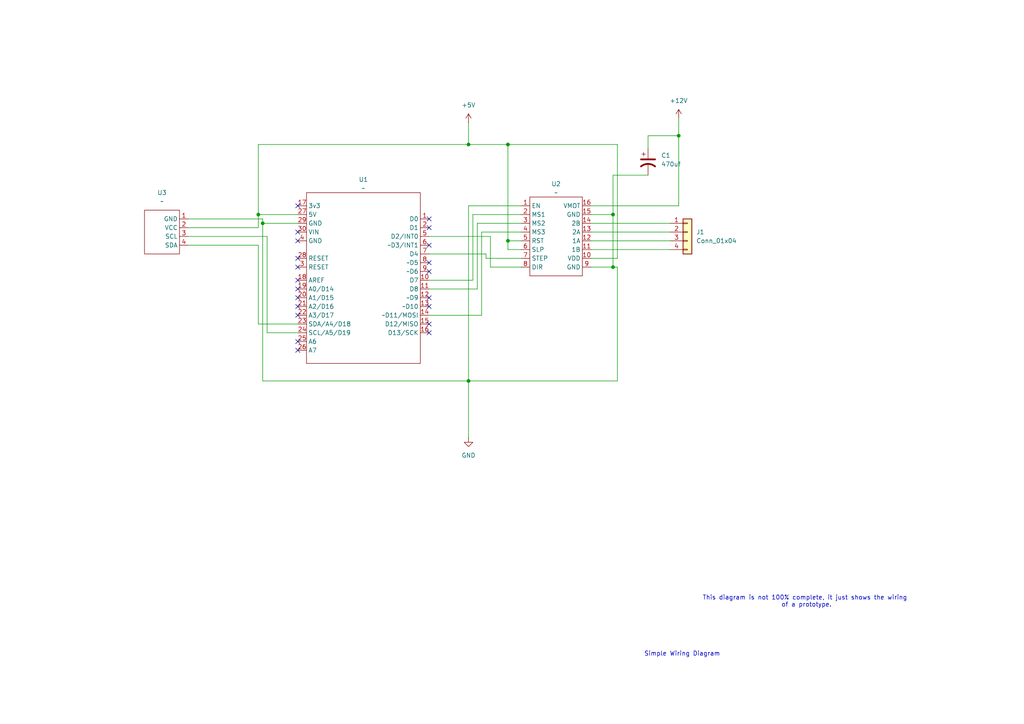
<source format=kicad_sch>
(kicad_sch (version 20250114) (generator "eeschema") (generator_version "9.0")
  (paper "A4")
  (lib_symbols
    (symbol "Arduino_Library:A4988_MotorDriver"
      (property "Reference" "U" (at -0.762 12.7 0))
      (symbol "A4988_MotorDriver_0_1"
        (rectangle (start -7.62 11.43) (end 7.62 -11.43))
      )
      (symbol "A4988_MotorDriver_1_1"
        (pin input line (at -10.16 8.89 0) (length 2.54) (name "EN") (number "1"))
        (pin input line (at -10.16 6.35 0) (length 2.54) (name "MS1") (number "2"))
        (pin input line (at -10.16 3.81 0) (length 2.54) (name "MS2") (number "3"))
        (pin input line (at -10.16 1.27 0) (length 2.54) (name "MS3") (number "4"))
        (pin input line (at -10.16 -1.27 0) (length 2.54) (name "RST") (number "5"))
        (pin input line (at -10.16 -3.81 0) (length 2.54) (name "SLP") (number "6"))
        (pin input line (at -10.16 -6.35 0) (length 2.54) (name "STEP") (number "7"))
        (pin input line (at -10.16 -8.89 0) (length 2.54) (name "DIR") (number "8"))
        (pin input line (at 10.16 8.89 180) (length 2.54) (name "VMOT") (number "16"))
        (pin input line (at 10.16 6.35 180) (length 2.54) (name "GND") (number "15"))
        (pin input line (at 10.16 3.81 180) (length 2.54) (name "2B") (number "14"))
        (pin input line (at 10.16 1.27 180) (length 2.54) (name "2A") (number "13"))
        (pin input line (at 10.16 -1.27 180) (length 2.54) (name "1A") (number "12"))
        (pin input line (at 10.16 -3.81 180) (length 2.54) (name "1B") (number "11"))
        (pin input line (at 10.16 -6.35 180) (length 2.54) (name "VDD") (number "10"))
        (pin input line (at 10.16 -8.89 180) (length 2.54) (name "GND") (number "9"))
      )
    )
    (symbol "Arduino_Library:ArduinoNano"
      (property "Reference" "U" (at -2.794 26.162 0))
      (symbol "ArduinoNano_0_1"
        (rectangle (start -16.51 24.13) (end 16.51 -25.4))
      )
      (symbol "ArduinoNano_1_1"
        (pin power_in line (at -19.05 20.32 0) (length 2.54) (name "3v3") (number "17"))
        (pin power_in line (at -19.05 17.78 0) (length 2.54) (name "5V") (number "27"))
        (pin power_out line (at -19.05 15.24 0) (length 2.54) (name "GND") (number "29"))
        (pin power_in line (at -19.05 12.7 0) (length 2.54) (name "VIN") (number "30"))
        (pin power_out line (at -19.05 10.16 0) (length 2.54) (name "GND") (number "4"))
        (pin input line (at -19.05 5.08 0) (length 2.54) (name "RESET") (number "28"))
        (pin input line (at -19.05 2.54 0) (length 2.54) (name "RESET") (number "3"))
        (pin input line (at -19.05 -1.27 0) (length 2.54) (name "AREF") (number "18"))
        (pin input line (at -19.05 -3.81 0) (length 2.54) (name "A0/D14") (number "19"))
        (pin input line (at -19.05 -6.35 0) (length 2.54) (name "A1/D15") (number "20"))
        (pin input line (at -19.05 -8.89 0) (length 2.54) (name "A2/D16") (number "21"))
        (pin input line (at -19.05 -11.43 0) (length 2.54) (name "A3/D17") (number "22"))
        (pin input line (at -19.05 -13.97 0) (length 2.54) (name "SDA/A4/D18") (number "23"))
        (pin input line (at -19.05 -16.51 0) (length 2.54) (name "SCL/A5/D19") (number "24"))
        (pin input line (at -19.05 -19.05 0) (length 2.54) (name "A6") (number "25"))
        (pin input line (at -19.05 -21.59 0) (length 2.54) (name "A7") (number "26"))
        (pin input line (at 19.05 16.51 180) (length 2.54) (name "D0") (number "1"))
        (pin input line (at 19.05 13.97 180) (length 2.54) (name "D1") (number "2"))
        (pin input line (at 19.05 11.43 180) (length 2.54) (name "D2/INT0") (number "5"))
        (pin input line (at 19.05 8.89 180) (length 2.54) (name "~D3/INT1") (number "6"))
        (pin input line (at 19.05 6.35 180) (length 2.54) (name "D4") (number "7"))
        (pin input line (at 19.05 3.81 180) (length 2.54) (name "~D5") (number "8"))
        (pin input line (at 19.05 1.27 180) (length 2.54) (name "~D6") (number "9"))
        (pin input line (at 19.05 -1.27 180) (length 2.54) (name "D7") (number "10"))
        (pin input line (at 19.05 -3.81 180) (length 2.54) (name "D8") (number "11"))
        (pin input line (at 19.05 -6.35 180) (length 2.54) (name "~D9") (number "12"))
        (pin input line (at 19.05 -8.89 180) (length 2.54) (name "~D10") (number "13"))
        (pin input line (at 19.05 -11.43 180) (length 2.54) (name "~D11/MOSI") (number "14"))
        (pin input line (at 19.05 -13.97 180) (length 2.54) (name "D12/MISO") (number "15"))
        (pin input line (at 19.05 -16.51 180) (length 2.54) (name "D13/SCK") (number "16"))
      )
    )
    (symbol "Arduino_Library:SSD1306"
      (property "Reference" "U" (at 0 7.366 0))
      (symbol "SSD1306_0_1"
        (rectangle (start 5.08 6.35) (end -5.08 -6.35))
      )
      (symbol "SSD1306_1_1"
        (pin power_out line (at 7.62 3.81 180) (length 2.54) (name "GND") (number "1"))
        (pin power_in line (at 7.62 1.27 180) (length 2.54) (name "VCC") (number "2"))
        (pin input line (at 7.62 -1.27 180) (length 2.54) (name "SCL") (number "3"))
        (pin bidirectional line (at 7.62 -3.81 180) (length 2.54) (name "SDA") (number "4"))
      )
    )
    (symbol "Connector_Generic:Conn_01x04" (pin_names (offset 1.016) (hide yes))
      (property "Reference" "J" (at 0 5.08 0))
      (property "Value" "Conn_01x04" (at 0 -7.62 0))
      (symbol "Conn_01x04_1_1"
        (rectangle (start -1.27 3.81) (end 1.27 -6.35) (stroke (width 0.254)) (fill (type background)))
        (rectangle (start -1.27 2.667) (end 0 2.413) (stroke (width 0.1524)))
        (rectangle (start -1.27 0.127) (end 0 -0.127) (stroke (width 0.1524)))
        (rectangle (start -1.27 -2.413) (end 0 -2.667) (stroke (width 0.1524)))
        (rectangle (start -1.27 -4.953) (end 0 -5.207) (stroke (width 0.1524)))
        (pin passive line (at -5.08 2.54 0) (length 3.81) (name "Pin_1") (number "1"))
        (pin passive line (at -5.08 0 0) (length 3.81) (name "Pin_2") (number "2"))
        (pin passive line (at -5.08 -2.54 0) (length 3.81) (name "Pin_3") (number "3"))
        (pin passive line (at -5.08 -5.08 0) (length 3.81) (name "Pin_4") (number "4"))
      )
    )
    (symbol "Device:C_Polarized_US" (pin_numbers (hide yes)) (pin_names (offset 0.254) (hide yes))
      (property "Reference" "C" (at 0.635 2.54 0))
      (property "Value" "C_Polarized_US" (at 0.635 -2.54 0))
      (symbol "C_Polarized_US_0_1"
        (polyline (pts (xy -2.032 0.762) (xy 2.032 0.762)) (stroke (width 0.508)))
        (polyline (pts (xy -1.778 2.286) (xy -0.762 2.286)))
        (polyline (pts (xy -1.27 1.778) (xy -1.27 2.794)))
        (arc (start -2.032 -1.27) (mid 0 -0.5572) (end 2.032 -1.27) (stroke (width 0.508)))
      )
      (symbol "C_Polarized_US_1_1"
        (pin passive line (at 0 3.81 270) (length 2.794) (name "~") (number "1"))
        (pin passive line (at 0 -3.81 90) (length 3.302) (name "~") (number "2"))
      )
    )
    (symbol "power:+12V" (power) (pin_numbers (hide yes)) (pin_names (offset 0) (hide yes))
      (property "Value" "+12V" (at 0 3.556 0))
      (symbol "+12V_0_1"
        (polyline (pts (xy -0.762 1.27) (xy 0 2.54)))
        (polyline (pts (xy 0 2.54) (xy 0.762 1.27)))
        (polyline (pts (xy 0 0) (xy 0 2.54)))
      )
      (symbol "+12V_1_1"
        (pin power_in line (at 0 0 90) (length 0) (name "~") (number "1"))
      )
    )
    (symbol "power:+5V" (power) (pin_numbers (hide yes)) (pin_names (offset 0) (hide yes))
      (property "Value" "+5V" (at 0 3.556 0))
      (symbol "+5V_0_1"
        (polyline (pts (xy -0.762 1.27) (xy 0 2.54)))
        (polyline (pts (xy 0 2.54) (xy 0.762 1.27)))
        (polyline (pts (xy 0 0) (xy 0 2.54)))
      )
      (symbol "+5V_1_1"
        (pin power_in line (at 0 0 90) (length 0) (name "~") (number "1"))
      )
    )
    (symbol "power:GND" (power) (pin_numbers (hide yes)) (pin_names (offset 0) (hide yes))
      (property "Value" "GND" (at 0 -3.81 0))
      (symbol "GND_0_1"
        (polyline (pts (xy 0 0) (xy 0 -1.27) (xy 1.27 -1.27) (xy 0 -2.54) (xy -1.27 -1.27) (xy 0 -1.27)))
      )
      (symbol "GND_1_1"
        (pin power_in line (at 0 0 270) (length 0) (name "~") (number "1"))
      )
    )
  )
  (text "Simple Wiring Diagram" (at 197.866 189.738 0) (effects (font (size 1.27 1.27))))
  (text "This diagram is not 100% complete, it just shows the wiring \nof a prototype." (at 233.934 174.498 0) (effects (font (size 1.27 1.27))))
  (junction (at 135.89 110.49))
  (junction (at 196.85 39.37))
  (junction (at 147.32 41.91))
  (junction (at 76.2 64.77))
  (junction (at 177.8 62.23))
  (junction (at 147.32 69.85))
  (junction (at 177.8 77.47))
  (junction (at 135.89 41.91))
  (junction (at 74.93 62.23))
  (no_connect (at 86.36 101.6))
  (no_connect (at 86.36 91.44))
  (no_connect (at 86.36 86.36))
  (no_connect (at 124.46 88.9))
  (no_connect (at 86.36 88.9))
  (no_connect (at 124.46 71.12))
  (no_connect (at 86.36 67.31))
  (no_connect (at 124.46 86.36))
  (no_connect (at 124.46 66.04))
  (no_connect (at 124.46 96.52))
  (no_connect (at 124.46 78.74))
  (no_connect (at 124.46 63.5))
  (no_connect (at 86.36 77.47))
  (no_connect (at 124.46 93.98))
  (no_connect (at 86.36 69.85))
  (no_connect (at 86.36 59.69))
  (no_connect (at 86.36 74.93))
  (no_connect (at 86.36 99.06))
  (no_connect (at 124.46 76.2))
  (no_connect (at 86.36 81.28))
  (no_connect (at 86.36 83.82))
  (wire (pts (xy 179.07 77.47) (xy 179.07 110.49)))
  (wire (pts (xy 74.93 41.91) (xy 74.93 62.23)))
  (wire (pts (xy 147.32 72.39) (xy 147.32 69.85)))
  (wire (pts (xy 54.61 66.04) (xy 74.93 66.04)))
  (wire (pts (xy 196.85 59.69) (xy 196.85 39.37)))
  (wire (pts (xy 74.93 71.12) (xy 74.93 93.98)))
  (wire (pts (xy 124.46 91.44) (xy 139.7 91.44)))
  (wire (pts (xy 140.97 73.66) (xy 140.97 74.93)))
  (wire (pts (xy 171.45 62.23) (xy 177.8 62.23)))
  (wire (pts (xy 142.24 77.47) (xy 151.13 77.47)))
  (wire (pts (xy 147.32 69.85) (xy 151.13 69.85)))
  (wire (pts (xy 187.96 43.18) (xy 187.96 39.37)))
  (wire (pts (xy 171.45 72.39) (xy 194.31 72.39)))
  (wire (pts (xy 171.45 69.85) (xy 194.31 69.85)))
  (wire (pts (xy 135.89 41.91) (xy 135.89 35.56)))
  (wire (pts (xy 142.24 68.58) (xy 142.24 77.47)))
  (wire (pts (xy 177.8 62.23) (xy 177.8 50.8)))
  (wire (pts (xy 76.2 110.49) (xy 135.89 110.49)))
  (wire (pts (xy 151.13 59.69) (xy 135.89 59.69)))
  (wire (pts (xy 179.07 110.49) (xy 135.89 110.49)))
  (wire (pts (xy 151.13 72.39) (xy 147.32 72.39)))
  (wire (pts (xy 140.97 74.93) (xy 151.13 74.93)))
  (wire (pts (xy 77.47 68.58) (xy 77.47 96.52)))
  (wire (pts (xy 54.61 63.5) (xy 76.2 63.5)))
  (wire (pts (xy 74.93 41.91) (xy 135.89 41.91)))
  (wire (pts (xy 171.45 74.93) (xy 179.07 74.93)))
  (wire (pts (xy 137.16 81.28) (xy 137.16 62.23)))
  (wire (pts (xy 135.89 59.69) (xy 135.89 110.49)))
  (wire (pts (xy 187.96 39.37) (xy 196.85 39.37)))
  (wire (pts (xy 171.45 59.69) (xy 196.85 59.69)))
  (wire (pts (xy 139.7 67.31) (xy 151.13 67.31)))
  (wire (pts (xy 76.2 64.77) (xy 86.36 64.77)))
  (wire (pts (xy 171.45 77.47) (xy 177.8 77.47)))
  (wire (pts (xy 124.46 81.28) (xy 137.16 81.28)))
  (wire (pts (xy 74.93 62.23) (xy 74.93 66.04)))
  (wire (pts (xy 147.32 69.85) (xy 147.32 41.91)))
  (wire (pts (xy 147.32 41.91) (xy 135.89 41.91)))
  (wire (pts (xy 147.32 41.91) (xy 179.07 41.91)))
  (wire (pts (xy 124.46 68.58) (xy 142.24 68.58)))
  (wire (pts (xy 76.2 64.77) (xy 76.2 110.49)))
  (wire (pts (xy 76.2 63.5) (xy 76.2 64.77)))
  (wire (pts (xy 124.46 83.82) (xy 138.43 83.82)))
  (wire (pts (xy 171.45 67.31) (xy 194.31 67.31)))
  (wire (pts (xy 138.43 83.82) (xy 138.43 64.77)))
  (wire (pts (xy 196.85 39.37) (xy 196.85 34.29)))
  (wire (pts (xy 138.43 64.77) (xy 151.13 64.77)))
  (wire (pts (xy 179.07 74.93) (xy 179.07 41.91)))
  (wire (pts (xy 177.8 62.23) (xy 177.8 77.47)))
  (wire (pts (xy 54.61 68.58) (xy 77.47 68.58)))
  (wire (pts (xy 177.8 77.47) (xy 179.07 77.47)))
  (wire (pts (xy 77.47 96.52) (xy 86.36 96.52)))
  (wire (pts (xy 54.61 71.12) (xy 74.93 71.12)))
  (wire (pts (xy 86.36 62.23) (xy 74.93 62.23)))
  (wire (pts (xy 135.89 110.49) (xy 135.89 127)))
  (wire (pts (xy 124.46 73.66) (xy 140.97 73.66)))
  (wire (pts (xy 177.8 50.8) (xy 187.96 50.8)))
  (wire (pts (xy 171.45 64.77) (xy 194.31 64.77)))
  (wire (pts (xy 139.7 91.44) (xy 139.7 67.31)))
  (wire (pts (xy 137.16 62.23) (xy 151.13 62.23)))
  (wire (pts (xy 74.93 93.98) (xy 86.36 93.98)))
  (symbol (lib_id "Device:C_Polarized_US") (at 187.96 46.99 0) (unit 1)
    (property "Reference" "C1" (at 191.77 45.0849 0) (effects (justify left)))
    (property "Value" "470uf" (at 191.77 47.6249 0) (effects (justify left)))
    (property "Description" "Polarized capacitor, US symbol" (effects (hide yes)))
  )
  (symbol (lib_id "Connector_Generic:Conn_01x04") (at 199.39 67.31 0) (unit 1)
    (property "Reference" "J1" (at 201.93 67.3099 0) (effects (justify left)))
    (property "Value" "Conn_01x04" (at 201.93 69.8499 0) (effects (justify left)))
    (property "Description" "Generic connector, single row, 01x04, script generated (kicad-library-utils/schlib/autogen/connector/)" (effects (hide yes)))
  )
  (symbol (lib_id "power:+12V") (at 196.85 34.29 0) (unit 1)
    (property "Reference" "#PWR03" (effects (hide yes)))
    (property "Value" "+12V" (at 196.85 29.21 0))
    (property "Description" "Power symbol creates a global label with name \"+12V\"" (effects (hide yes)))
  )
  (symbol (lib_id "Arduino_Library:A4988_MotorDriver") (at 161.29 68.58 0) (unit 1)
    (property "Reference" "U2" (at 161.29 53.34 0))
    (property "Value" "~" (at 161.29 55.88 0))
  )
  (symbol (lib_id "Arduino_Library:ArduinoNano") (at 105.41 80.01 0) (unit 1)
    (property "Reference" "U1" (at 105.41 52.07 0))
    (property "Value" "~" (at 105.41 54.61 0))
  )
  (symbol (lib_id "power:+5V") (at 135.89 35.56 0) (unit 1)
    (property "Reference" "#PWR02" (effects (hide yes)))
    (property "Value" "+5V" (at 135.89 30.48 0))
    (property "Description" "Power symbol creates a global label with name \"+5V\"" (effects (hide yes)))
  )
  (symbol (lib_id "power:GND") (at 135.89 127 0) (unit 1)
    (property "Reference" "#PWR01" (effects (hide yes)))
    (property "Value" "GND" (at 135.89 132.08 0))
    (property "Description" "Power symbol creates a global label with name \"GND\" , ground" (effects (hide yes)))
  )
  (symbol (lib_id "Arduino_Library:SSD1306") (at 46.99 67.31 0) (unit 1)
    (property "Reference" "U3" (at 46.99 55.88 0))
    (property "Value" "~" (at 46.99 58.42 0))
  )
)
</source>
